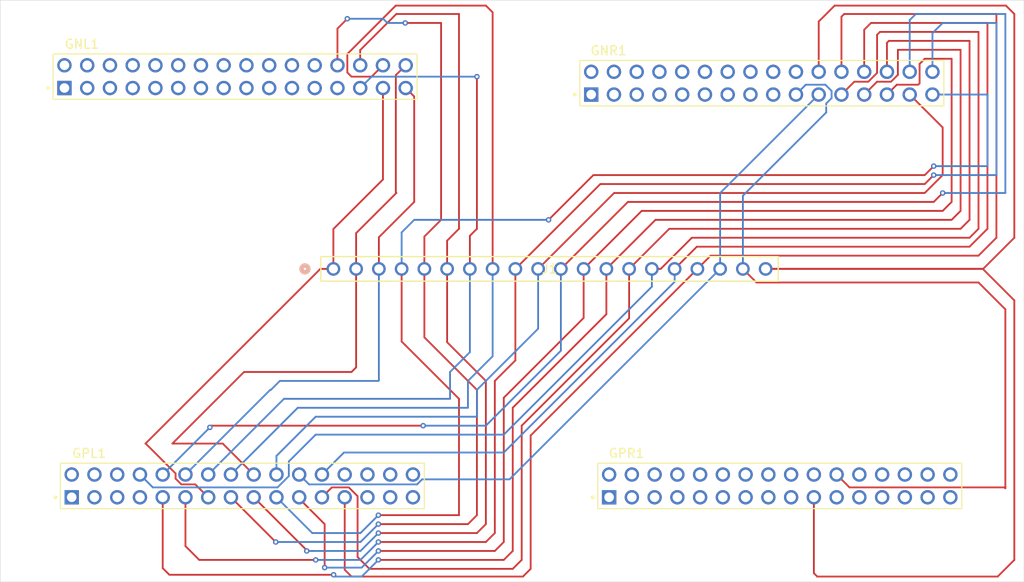
<source format=kicad_pcb>
(kicad_pcb (version 20240108) (generator "pcbnew") (generator_version "8.0")
  (layers (0 "F.Cu" signal) (31 "B.Cu" signal) (34 "B.Paste" user) (35 "F.Paste" user) (36 "B.SilkS" user "B.Silkscreen") (37 "F.SilkS" user "F.Silkscreen") (38 "B.Mask" user) (39 "F.Mask" user) (44 "Edge.Cuts" user))
  (net 0 "")
  (net 5 "1x2")
  (net 8 "2x4")
  (net 9 "1x3")
  (net 14 "2x3")
  (net 23 "2x2")
  (net 25 "2x1")
  (net 27 "1x1")
  (net 33 "3x2")
  (net 37 "3x1")
  (net 42 "4x2")
  (net 43 "4x1")
  (net 46 "3x4")
  (net 47 "SOURCE")
  (net 48 "1x4")
  (net 50 "3x3")
  (net 54 "4x3")
  (net 56 "BCOM")
  (net 58 "GATE")
  (net 62 "BULK")
  (net 63 "4x4")
  (footprint "M20-9981645:HARWIN_M20-9981645" (layer "F.Cu") (at 111 57)
    (property "Reference" "GNL1" (at -17.105 -3.635 0) (layer "F.SilkS"))
    (property "Value" "M20-9981645" (hide yes))
    (fp_line (start -20.32 -2.54) (end 20.32 -2.54) (stroke (width 0.127)) (layer "F.SilkS"))
    (fp_line (start -20.32 2.54) (end -20.32 -2.54) (stroke (width 0.127)) (layer "F.SilkS"))
    (fp_line (start 20.32 -2.54) (end 20.32 2.54) (stroke (width 0.127)) (layer "F.SilkS"))
    (fp_line (start 20.32 2.54) (end -20.32 2.54) (stroke (width 0.127)) (layer "F.SilkS"))
    (fp_circle (center -20.88 1.27) (end -20.78 1.27) (stroke (width 0.2)) (fill none) (layer "F.SilkS"))
    (pad "1" thru_hole rect (at -19.05 1.27) (size 1.605 1.605) (drill 1.07) (layers "*.Cu" "*.Mask"))
    (pad "2" thru_hole circle (at -19.05 -1.27) (size 1.605 1.605) (drill 1.07) (layers "*.Cu" "*.Mask"))
    (pad "3" thru_hole circle (at -16.51 1.27) (size 1.605 1.605) (drill 1.07) (layers "*.Cu" "*.Mask"))
    (pad "4" thru_hole circle (at -16.51 -1.27) (size 1.605 1.605) (drill 1.07) (layers "*.Cu" "*.Mask"))
    (pad "5" thru_hole circle (at -13.97 1.27) (size 1.605 1.605) (drill 1.07) (layers "*.Cu" "*.Mask"))
    (pad "6" thru_hole circle (at -13.97 -1.27) (size 1.605 1.605) (drill 1.07) (layers "*.Cu" "*.Mask"))
    (pad "7" thru_hole circle (at -11.43 1.27) (size 1.605 1.605) (drill 1.07) (layers "*.Cu" "*.Mask"))
    (pad "8" thru_hole circle (at -11.43 -1.27) (size 1.605 1.605) (drill 1.07) (layers "*.Cu" "*.Mask"))
    (pad "9" thru_hole circle (at -8.89 1.27) (size 1.605 1.605) (drill 1.07) (layers "*.Cu" "*.Mask"))
    (pad "10" thru_hole circle (at -8.89 -1.27) (size 1.605 1.605) (drill 1.07) (layers "*.Cu" "*.Mask"))
    (pad "11" thru_hole circle (at -6.35 1.27) (size 1.605 1.605) (drill 1.07) (layers "*.Cu" "*.Mask"))
    (pad "12" thru_hole circle (at -6.35 -1.27) (size 1.605 1.605) (drill 1.07) (layers "*.Cu" "*.Mask"))
    (pad "13" thru_hole circle (at -3.81 1.27) (size 1.605 1.605) (drill 1.07) (layers "*.Cu" "*.Mask"))
    (pad "14" thru_hole circle (at -3.81 -1.27) (size 1.605 1.605) (drill 1.07) (layers "*.Cu" "*.Mask"))
    (pad "15" thru_hole circle (at -1.27 1.27) (size 1.605 1.605) (drill 1.07) (layers "*.Cu" "*.Mask"))
    (pad "16" thru_hole circle (at -1.27 -1.27) (size 1.605 1.605) (drill 1.07) (layers "*.Cu" "*.Mask"))
    (pad "17" thru_hole circle (at 1.27 1.27) (size 1.605 1.605) (drill 1.07) (layers "*.Cu" "*.Mask"))
    (pad "18" thru_hole circle (at 1.27 -1.27) (size 1.605 1.605) (drill 1.07) (layers "*.Cu" "*.Mask"))
    (pad "19" thru_hole circle (at 3.81 1.27) (size 1.605 1.605) (drill 1.07) (layers "*.Cu" "*.Mask"))
    (pad "20" thru_hole circle (at 3.81 -1.27) (size 1.605 1.605) (drill 1.07) (layers "*.Cu" "*.Mask"))
    (pad "21" thru_hole circle (at 6.35 1.27) (size 1.605 1.605) (drill 1.07) (layers "*.Cu" "*.Mask"))
    (pad "22" thru_hole circle (at 6.35 -1.27) (size 1.605 1.605) (drill 1.07) (layers "*.Cu" "*.Mask"))
    (pad "23" thru_hole circle (at 8.89 1.27) (size 1.605 1.605) (drill 1.07) (layers "*.Cu" "*.Mask"))
    (pad "24" thru_hole circle (at 8.89 -1.27) (size 1.605 1.605) (drill 1.07) (layers "*.Cu" "*.Mask"))
    (pad "25" thru_hole circle (at 11.43 1.27) (size 1.605 1.605) (drill 1.07) (layers "*.Cu" "*.Mask"))
    (pad "26" thru_hole circle (at 11.43 -1.27) (size 1.605 1.605) (drill 1.07) (layers "*.Cu" "*.Mask") (net 25 "2x1"))
    (pad "27" thru_hole circle (at 13.97 1.27) (size 1.605 1.605) (drill 1.07) (layers "*.Cu" "*.Mask") (net 14 "2x3"))
    (pad "28" thru_hole circle (at 13.97 -1.27) (size 1.605 1.605) (drill 1.07) (layers "*.Cu" "*.Mask") (net 23 "2x2"))
    (pad "29" thru_hole circle (at 16.51 1.27) (size 1.605 1.605) (drill 1.07) (layers "*.Cu" "*.Mask") (net 27 "1x1"))
    (pad "30" thru_hole circle (at 16.51 -1.27) (size 1.605 1.605) (drill 1.07) (layers "*.Cu" "*.Mask") (net 8 "2x4"))
    (pad "31" thru_hole circle (at 19.05 1.27) (size 1.605 1.605) (drill 1.07) (layers "*.Cu" "*.Mask") (net 9 "1x3"))
    (pad "32" thru_hole circle (at 19.05 -1.27) (size 1.605 1.605) (drill 1.07) (layers "*.Cu" "*.Mask") (net 5 "1x2"))
  )
  (footprint "footprints:CONN_PH1-20-UA_ADM" (layer "F.Cu") (at 121.9749 78.4826)
    (property "Reference" "J1" (at 24.13 0 0) (layer "F.SilkS"))
    (property "Value" "PH1-20-UA")
    (fp_circle (center -3.175 0) (end -2.794 0) (stroke (width 0.508)) (fill none) (layer "B.SilkS"))
    (fp_line (start -1.397 -1.3716) (end -1.397 1.3716) (stroke (width 0.1524)) (layer "F.SilkS"))
    (fp_line (start -1.397 1.3716) (end 49.657 1.3716) (stroke (width 0.1524)) (layer "F.SilkS"))
    (fp_line (start 49.657 -1.3716) (end -1.397 -1.3716) (stroke (width 0.1524)) (layer "F.SilkS"))
    (fp_line (start 49.657 1.3716) (end 49.657 -1.3716) (stroke (width 0.1524)) (layer "F.SilkS"))
    (fp_circle (center -3.175 0) (end -2.794 0) (stroke (width 0.508)) (fill none) (layer "F.SilkS"))
    (pad "1" thru_hole circle (at 0 0) (size 1.524 1.524) (drill 1.016) (layers "*.Cu" "*.Mask") (net 27 "1x1"))
    (pad "2" thru_hole circle (at 2.54 0) (size 1.524 1.524) (drill 1.016) (layers "*.Cu" "*.Mask") (net 5 "1x2"))
    (pad "3" thru_hole circle (at 5.08 0) (size 1.524 1.524) (drill 1.016) (layers "*.Cu" "*.Mask") (net 9 "1x3"))
    (pad "4" thru_hole circle (at 7.62 0) (size 1.524 1.524) (drill 1.016) (layers "*.Cu" "*.Mask") (net 48 "1x4"))
    (pad "5" thru_hole circle (at 10.16 0) (size 1.524 1.524) (drill 1.016) (layers "*.Cu" "*.Mask") (net 25 "2x1"))
    (pad "6" thru_hole circle (at 12.7 0) (size 1.524 1.524) (drill 1.016) (layers "*.Cu" "*.Mask") (net 23 "2x2"))
    (pad "7" thru_hole circle (at 15.24 0) (size 1.524 1.524) (drill 1.016) (layers "*.Cu" "*.Mask") (net 14 "2x3"))
    (pad "8" thru_hole circle (at 17.78 0) (size 1.524 1.524) (drill 1.016) (layers "*.Cu" "*.Mask") (net 8 "2x4"))
    (pad "9" thru_hole circle (at 20.32 0) (size 1.524 1.524) (drill 1.016) (layers "*.Cu" "*.Mask") (net 37 "3x1"))
    (pad "10" thru_hole circle (at 22.86 0) (size 1.524 1.524) (drill 1.016) (layers "*.Cu" "*.Mask") (net 33 "3x2"))
    (pad "11" thru_hole circle (at 25.4 0) (size 1.524 1.524) (drill 1.016) (layers "*.Cu" "*.Mask") (net 50 "3x3"))
    (pad "12" thru_hole circle (at 27.94 0) (size 1.524 1.524) (drill 1.016) (layers "*.Cu" "*.Mask") (net 46 "3x4"))
    (pad "13" thru_hole circle (at 30.48 0) (size 1.524 1.524) (drill 1.016) (layers "*.Cu" "*.Mask") (net 43 "4x1"))
    (pad "14" thru_hole circle (at 33.02 0) (size 1.524 1.524) (drill 1.016) (layers "*.Cu" "*.Mask") (net 42 "4x2"))
    (pad "15" thru_hole circle (at 35.56 0) (size 1.524 1.524) (drill 1.016) (layers "*.Cu" "*.Mask") (net 54 "4x3"))
    (pad "16" thru_hole circle (at 38.1 0) (size 1.524 1.524) (drill 1.016) (layers "*.Cu" "*.Mask") (net 63 "4x4"))
    (pad "17" thru_hole circle (at 40.64 0) (size 1.524 1.524) (drill 1.016) (layers "*.Cu" "*.Mask") (net 58 "GATE"))
    (pad "18" thru_hole circle (at 43.18 0) (size 1.524 1.524) (drill 1.016) (layers "*.Cu" "*.Mask") (net 47 "SOURCE"))
    (pad "19" thru_hole circle (at 45.72 0) (size 1.524 1.524) (drill 1.016) (layers "*.Cu" "*.Mask") (net 62 "BULK"))
    (pad "20" thru_hole circle (at 48.26 0) (size 1.524 1.524) (drill 1.016) (layers "*.Cu" "*.Mask") (net 56 "BCOM"))
  )
  (footprint "M20-9981645:HARWIN_M20-9981645" (layer "F.Cu") (at 169.81 57.73)
    (property "Reference" "GNR1" (at -17.105 -3.635 0) (layer "F.SilkS"))
    (property "Value" "M20-9981645" (hide yes))
    (fp_line (start -20.32 -2.54) (end 20.32 -2.54) (stroke (width 0.127)) (layer "F.SilkS"))
    (fp_line (start -20.32 2.54) (end -20.32 -2.54) (stroke (width 0.127)) (layer "F.SilkS"))
    (fp_line (start 20.32 -2.54) (end 20.32 2.54) (stroke (width 0.127)) (layer "F.SilkS"))
    (fp_line (start 20.32 2.54) (end -20.32 2.54) (stroke (width 0.127)) (layer "F.SilkS"))
    (fp_circle (center -20.88 1.27) (end -20.78 1.27) (stroke (width 0.2)) (fill none) (layer "F.SilkS"))
    (pad "1" thru_hole rect (at -19.05 1.27) (size 1.605 1.605) (drill 1.07) (layers "*.Cu" "*.Mask"))
    (pad "2" thru_hole circle (at -19.05 -1.27) (size 1.605 1.605) (drill 1.07) (layers "*.Cu" "*.Mask"))
    (pad "3" thru_hole circle (at -16.51 1.27) (size 1.605 1.605) (drill 1.07) (layers "*.Cu" "*.Mask"))
    (pad "4" thru_hole circle (at -16.51 -1.27) (size 1.605 1.605) (drill 1.07) (layers "*.Cu" "*.Mask"))
    (pad "5" thru_hole circle (at -13.97 1.27) (size 1.605 1.605) (drill 1.07) (layers "*.Cu" "*.Mask"))
    (pad "6" thru_hole circle (at -13.97 -1.27) (size 1.605 1.605) (drill 1.07) (layers "*.Cu" "*.Mask"))
    (pad "7" thru_hole circle (at -11.43 1.27) (size 1.605 1.605) (drill 1.07) (layers "*.Cu" "*.Mask"))
    (pad "8" thru_hole circle (at -11.43 -1.27) (size 1.605 1.605) (drill 1.07) (layers "*.Cu" "*.Mask"))
    (pad "9" thru_hole circle (at -8.89 1.27) (size 1.605 1.605) (drill 1.07) (layers "*.Cu" "*.Mask"))
    (pad "10" thru_hole circle (at -8.89 -1.27) (size 1.605 1.605) (drill 1.07) (layers "*.Cu" "*.Mask"))
    (pad "11" thru_hole circle (at -6.35 1.27) (size 1.605 1.605) (drill 1.07) (layers "*.Cu" "*.Mask"))
    (pad "12" thru_hole circle (at -6.35 -1.27) (size 1.605 1.605) (drill 1.07) (layers "*.Cu" "*.Mask"))
    (pad "13" thru_hole circle (at -3.81 1.27) (size 1.605 1.605) (drill 1.07) (layers "*.Cu" "*.Mask"))
    (pad "14" thru_hole circle (at -3.81 -1.27) (size 1.605 1.605) (drill 1.07) (layers "*.Cu" "*.Mask"))
    (pad "15" thru_hole circle (at -1.27 1.27) (size 1.605 1.605) (drill 1.07) (layers "*.Cu" "*.Mask"))
    (pad "16" thru_hole circle (at -1.27 -1.27) (size 1.605 1.605) (drill 1.07) (layers "*.Cu" "*.Mask"))
    (pad "17" thru_hole circle (at 1.27 1.27) (size 1.605 1.605) (drill 1.07) (layers "*.Cu" "*.Mask"))
    (pad "18" thru_hole circle (at 1.27 -1.27) (size 1.605 1.605) (drill 1.07) (layers "*.Cu" "*.Mask"))
    (pad "19" thru_hole circle (at 3.81 1.27) (size 1.605 1.605) (drill 1.07) (layers "*.Cu" "*.Mask") (net 62 "BULK"))
    (pad "20" thru_hole circle (at 3.81 -1.27) (size 1.605 1.605) (drill 1.07) (layers "*.Cu" "*.Mask"))
    (pad "21" thru_hole circle (at 6.35 1.27) (size 1.605 1.605) (drill 1.07) (layers "*.Cu" "*.Mask") (net 47 "SOURCE"))
    (pad "22" thru_hole circle (at 6.35 -1.27) (size 1.605 1.605) (drill 1.07) (layers "*.Cu" "*.Mask") (net 56 "BCOM"))
    (pad "23" thru_hole circle (at 8.89 1.27) (size 1.605 1.605) (drill 1.07) (layers "*.Cu" "*.Mask") (net 54 "4x3"))
    (pad "24" thru_hole circle (at 8.89 -1.27) (size 1.605 1.605) (drill 1.07) (layers "*.Cu" "*.Mask") (net 58 "GATE"))
    (pad "25" thru_hole circle (at 11.43 1.27) (size 1.605 1.605) (drill 1.07) (layers "*.Cu" "*.Mask") (net 43 "4x1"))
    (pad "26" thru_hole circle (at 11.43 -1.27) (size 1.605 1.605) (drill 1.07) (layers "*.Cu" "*.Mask") (net 63 "4x4"))
    (pad "27" thru_hole circle (at 13.97 1.27) (size 1.605 1.605) (drill 1.07) (layers "*.Cu" "*.Mask") (net 46 "3x4"))
    (pad "28" thru_hole circle (at 13.97 -1.27) (size 1.605 1.605) (drill 1.07) (layers "*.Cu" "*.Mask") (net 42 "4x2"))
    (pad "29" thru_hole circle (at 16.51 1.27) (size 1.605 1.605) (drill 1.07) (layers "*.Cu" "*.Mask") (net 33 "3x2"))
    (pad "30" thru_hole circle (at 16.51 -1.27) (size 1.605 1.605) (drill 1.07) (layers "*.Cu" "*.Mask") (net 50 "3x3"))
    (pad "31" thru_hole circle (at 19.05 1.27) (size 1.605 1.605) (drill 1.07) (layers "*.Cu" "*.Mask") (net 48 "1x4"))
    (pad "32" thru_hole circle (at 19.05 -1.27) (size 1.605 1.605) (drill 1.07) (layers "*.Cu" "*.Mask") (net 37 "3x1"))
  )
  (footprint "MountingHole:MountingHole_3mm" (layer "F.Cu") (at 194 109)
    (property "Reference" "REF**" (hide yes))
    (property "Value" "MountingHole_3mm" (hide yes))
    (pad "" np_thru_hole circle (at 0 0) (size 3 3) (drill 3) (layers "*.Cu" "*.Mask"))
  )
  (footprint "M20-9981645:HARWIN_M20-9981645" (layer "F.Cu") (at 171.81 102.73)
    (property "Reference" "GPR1" (at -17.105 -3.635 0) (layer "F.SilkS"))
    (property "Value" "M20-9981645" (hide yes))
    (fp_line (start -20.32 -2.54) (end 20.32 -2.54) (stroke (width 0.127)) (layer "F.SilkS"))
    (fp_line (start -20.32 2.54) (end -20.32 -2.54) (stroke (width 0.127)) (layer "F.SilkS"))
    (fp_line (start 20.32 -2.54) (end 20.32 2.54) (stroke (width 0.127)) (layer "F.SilkS"))
    (fp_line (start 20.32 2.54) (end -20.32 2.54) (stroke (width 0.127)) (layer "F.SilkS"))
    (fp_circle (center -20.88 1.27) (end -20.78 1.27) (stroke (width 0.2)) (fill none) (layer "F.SilkS"))
    (pad "1" thru_hole rect (at -19.05 1.27) (size 1.605 1.605) (drill 1.07) (layers "*.Cu" "*.Mask"))
    (pad "2" thru_hole circle (at -19.05 -1.27) (size 1.605 1.605) (drill 1.07) (layers "*.Cu" "*.Mask"))
    (pad "3" thru_hole circle (at -16.51 1.27) (size 1.605 1.605) (drill 1.07) (layers "*.Cu" "*.Mask"))
    (pad "4" thru_hole circle (at -16.51 -1.27) (size 1.605 1.605) (drill 1.07) (layers "*.Cu" "*.Mask"))
    (pad "5" thru_hole circle (at -13.97 1.27) (size 1.605 1.605) (drill 1.07) (layers "*.Cu" "*.Mask"))
    (pad "6" thru_hole circle (at -13.97 -1.27) (size 1.605 1.605) (drill 1.07) (layers "*.Cu" "*.Mask"))
    (pad "7" thru_hole circle (at -11.43 1.27) (size 1.605 1.605) (drill 1.07) (layers "*.Cu" "*.Mask"))
    (pad "8" thru_hole circle (at -11.43 -1.27) (size 1.605 1.605) (drill 1.07) (layers "*.Cu" "*.Mask"))
    (pad "9" thru_hole circle (at -8.89 1.27) (size 1.605 1.605) (drill 1.07) (layers "*.Cu" "*.Mask"))
    (pad "10" thru_hole circle (at -8.89 -1.27) (size 1.605 1.605) (drill 1.07) (layers "*.Cu" "*.Mask"))
    (pad "11" thru_hole circle (at -6.35 1.27) (size 1.605 1.605) (drill 1.07) (layers "*.Cu" "*.Mask"))
    (pad "12" thru_hole circle (at -6.35 -1.27) (size 1.605 1.605) (drill 1.07) (layers "*.Cu" "*.Mask"))
    (pad "13" thru_hole circle (at -3.81 1.27) (size 1.605 1.605) (drill 1.07) (layers "*.Cu" "*.Mask"))
    (pad "14" thru_hole circle (at -3.81 -1.27) (size 1.605 1.605) (drill 1.07) (layers "*.Cu" "*.Mask"))
    (pad "15" thru_hole circle (at -1.27 1.27) (size 1.605 1.605) (drill 1.07) (layers "*.Cu" "*.Mask"))
    (pad "16" thru_hole circle (at -1.27 -1.27) (size 1.605 1.605) (drill 1.07) (layers "*.Cu" "*.Mask"))
    (pad "17" thru_hole circle (at 1.27 1.27) (size 1.605 1.605) (drill 1.07) (layers "*.Cu" "*.Mask"))
    (pad "18" thru_hole circle (at 1.27 -1.27) (size 1.605 1.605) (drill 1.07) (layers "*.Cu" "*.Mask"))
    (pad "19" thru_hole circle (at 3.81 1.27) (size 1.605 1.605) (drill 1.07) (layers "*.Cu" "*.Mask") (net 56 "BCOM"))
    (pad "20" thru_hole circle (at 3.81 -1.27) (size 1.605 1.605) (drill 1.07) (layers "*.Cu" "*.Mask"))
    (pad "21" thru_hole circle (at 6.35 1.27) (size 1.605 1.605) (drill 1.07) (layers "*.Cu" "*.Mask"))
    (pad "22" thru_hole circle (at 6.35 -1.27) (size 1.605 1.605) (drill 1.07) (layers "*.Cu" "*.Mask") (net 62 "BULK"))
    (pad "23" thru_hole circle (at 8.89 1.27) (size 1.605 1.605) (drill 1.07) (layers "*.Cu" "*.Mask"))
    (pad "24" thru_hole circle (at 8.89 -1.27) (size 1.605 1.605) (drill 1.07) (layers "*.Cu" "*.Mask"))
    (pad "25" thru_hole circle (at 11.43 1.27) (size 1.605 1.605) (drill 1.07) (layers "*.Cu" "*.Mask"))
    (pad "26" thru_hole circle (at 11.43 -1.27) (size 1.605 1.605) (drill 1.07) (layers "*.Cu" "*.Mask"))
    (pad "27" thru_hole circle (at 13.97 1.27) (size 1.605 1.605) (drill 1.07) (layers "*.Cu" "*.Mask"))
    (pad "28" thru_hole circle (at 13.97 -1.27) (size 1.605 1.605) (drill 1.07) (layers "*.Cu" "*.Mask"))
    (pad "29" thru_hole circle (at 16.51 1.27) (size 1.605 1.605) (drill 1.07) (layers "*.Cu" "*.Mask"))
    (pad "30" thru_hole circle (at 16.51 -1.27) (size 1.605 1.605) (drill 1.07) (layers "*.Cu" "*.Mask"))
    (pad "31" thru_hole circle (at 19.05 1.27) (size 1.605 1.605) (drill 1.07) (layers "*.Cu" "*.Mask"))
    (pad "32" thru_hole circle (at 19.05 -1.27) (size 1.605 1.605) (drill 1.07) (layers "*.Cu" "*.Mask"))
  )
  (footprint "M20-9981645:HARWIN_M20-9981645" (layer "F.Cu") (at 111.81 102.73)
    (property "Reference" "GPL1" (at -17.105 -3.635 0) (layer "F.SilkS"))
    (property "Value" "M20-9981645" (hide yes))
    (fp_line (start -20.32 -2.54) (end 20.32 -2.54) (stroke (width 0.127)) (layer "F.SilkS"))
    (fp_line (start -20.32 2.54) (end -20.32 -2.54) (stroke (width 0.127)) (layer "F.SilkS"))
    (fp_line (start 20.32 -2.54) (end 20.32 2.54) (stroke (width 0.127)) (layer "F.SilkS"))
    (fp_line (start 20.32 2.54) (end -20.32 2.54) (stroke (width 0.127)) (layer "F.SilkS"))
    (fp_circle (center -20.88 1.27) (end -20.78 1.27) (stroke (width 0.2)) (fill none) (layer "F.SilkS"))
    (pad "1" thru_hole rect (at -19.05 1.27) (size 1.605 1.605) (drill 1.07) (layers "*.Cu" "*.Mask"))
    (pad "2" thru_hole circle (at -19.05 -1.27) (size 1.605 1.605) (drill 1.07) (layers "*.Cu" "*.Mask"))
    (pad "3" thru_hole circle (at -16.51 1.27) (size 1.605 1.605) (drill 1.07) (layers "*.Cu" "*.Mask"))
    (pad "4" thru_hole circle (at -16.51 -1.27) (size 1.605 1.605) (drill 1.07) (layers "*.Cu" "*.Mask"))
    (pad "5" thru_hole circle (at -13.97 1.27) (size 1.605 1.605) (drill 1.07) (layers "*.Cu" "*.Mask"))
    (pad "6" thru_hole circle (at -13.97 -1.27) (size 1.605 1.605) (drill 1.07) (layers "*.Cu" "*.Mask"))
    (pad "7" thru_hole circle (at -11.43 1.27) (size 1.605 1.605) (drill 1.07) (layers "*.Cu" "*.Mask"))
    (pad "8" thru_hole circle (at -11.43 -1.27) (size 1.605 1.605) (drill 1.07) (layers "*.Cu" "*.Mask") (net 54 "4x3"))
    (pad "9" thru_hole circle (at -8.89 1.27) (size 1.605 1.605) (drill 1.07) (layers "*.Cu" "*.Mask") (net 43 "4x1"))
    (pad "10" thru_hole circle (at -8.89 -1.27) (size 1.605 1.605) (drill 1.07) (layers "*.Cu" "*.Mask") (net 50 "3x3"))
    (pad "11" thru_hole circle (at -6.35 1.27) (size 1.605 1.605) (drill 1.07) (layers "*.Cu" "*.Mask") (net 37 "3x1"))
    (pad "12" thru_hole circle (at -6.35 -1.27) (size 1.605 1.605) (drill 1.07) (layers "*.Cu" "*.Mask") (net 9 "1x3"))
    (pad "13" thru_hole circle (at -3.81 1.27) (size 1.605 1.605) (drill 1.07) (layers "*.Cu" "*.Mask") (net 27 "1x1"))
    (pad "14" thru_hole circle (at -3.81 -1.27) (size 1.605 1.605) (drill 1.07) (layers "*.Cu" "*.Mask") (net 14 "2x3"))
    (pad "15" thru_hole circle (at -1.27 1.27) (size 1.605 1.605) (drill 1.07) (layers "*.Cu" "*.Mask") (net 25 "2x1"))
    (pad "16" thru_hole circle (at -1.27 -1.27) (size 1.605 1.605) (drill 1.07) (layers "*.Cu" "*.Mask") (net 8 "2x4"))
    (pad "17" thru_hole circle (at 1.27 1.27) (size 1.605 1.605) (drill 1.07) (layers "*.Cu" "*.Mask") (net 23 "2x2"))
    (pad "18" thru_hole circle (at 1.27 -1.27) (size 1.605 1.605) (drill 1.07) (layers "*.Cu" "*.Mask") (net 5 "1x2"))
    (pad "19" thru_hole circle (at 3.81 1.27) (size 1.605 1.605) (drill 1.07) (layers "*.Cu" "*.Mask") (net 48 "1x4"))
    (pad "20" thru_hole circle (at 3.81 -1.27) (size 1.605 1.605) (drill 1.07) (layers "*.Cu" "*.Mask") (net 33 "3x2"))
    (pad "21" thru_hole circle (at 6.35 1.27) (size 1.605 1.605) (drill 1.07) (layers "*.Cu" "*.Mask") (net 46 "3x4"))
    (pad "22" thru_hole circle (at 6.35 -1.27) (size 1.605 1.605) (drill 1.07) (layers "*.Cu" "*.Mask") (net 47 "SOURCE"))
    (pad "23" thru_hole circle (at 8.89 1.27) (size 1.605 1.605) (drill 1.07) (layers "*.Cu" "*.Mask") (net 42 "4x2"))
    (pad "24" thru_hole circle (at 8.89 -1.27) (size 1.605 1.605) (drill 1.07) (layers "*.Cu" "*.Mask") (net 63 "4x4"))
    (pad "25" thru_hole circle (at 11.43 1.27) (size 1.605 1.605) (drill 1.07) (layers "*.Cu" "*.Mask") (net 58 "GATE"))
    (pad "26" thru_hole circle (at 11.43 -1.27) (size 1.605 1.605) (drill 1.07) (layers "*.Cu" "*.Mask"))
    (pad "27" thru_hole circle (at 13.97 1.27) (size 1.605 1.605) (drill 1.07) (layers "*.Cu" "*.Mask"))
    (pad "28" thru_hole circle (at 13.97 -1.27) (size 1.605 1.605) (drill 1.07) (layers "*.Cu" "*.Mask"))
    (pad "29" thru_hole circle (at 16.51 1.27) (size 1.605 1.605) (drill 1.07) (layers "*.Cu" "*.Mask"))
    (pad "30" thru_hole circle (at 16.51 -1.27) (size 1.605 1.605) (drill 1.07) (layers "*.Cu" "*.Mask"))
    (pad "31" thru_hole circle (at 19.05 1.27) (size 1.605 1.605) (drill 1.07) (layers "*.Cu" "*.Mask"))
    (pad "32" thru_hole circle (at 19.05 -1.27) (size 1.605 1.605) (drill 1.07) (layers "*.Cu" "*.Mask"))
  )
  (footprint "MountingHole:MountingHole_3mm" (layer "F.Cu") (at 89 64)
    (property "Reference" "REF**" (hide yes))
    (property "Value" "MountingHole_3mm" (hide yes))
    (pad "" np_thru_hole circle (at 0 0) (size 3 3) (drill 3) (layers "*.Cu" "*.Mask"))
  )
  (footprint "MountingHole:MountingHole_3mm" (layer "F.Cu") (at 89 109)
    (property "Reference" "REF**" (hide yes))
    (property "Value" "MountingHole_3mm" (hide yes))
    (pad "" np_thru_hole circle (at 0 0) (size 3 3) (drill 3) (layers "*.Cu" "*.Mask"))
  )
  (footprint "MountingHole:MountingHole_3mm" (layer "F.Cu") (at 192 85)
    (property "Reference" "REF**" (hide yes))
    (property "Value" "MountingHole_3mm" (hide yes))
    (pad "" np_thru_hole circle (at 0 0) (size 3 3) (drill 3) (layers "*.Cu" "*.Mask"))
  )
  (gr_rect (start 84.78 48.46) (end 199.08 113.46) (stroke (width 0.05)) (fill none) (layer "Edge.Cuts"))
  (segment (start 128.9475 69.9475) (end 128.9475 56.8325) (width 0.2) (layer "F.Cu") (net 5))
  (segment (start 104 98) (end 109.62 98) (width 0.2) (layer "F.Cu") (net 5))
  (segment (start 124 90) (end 112 90) (width 0.2) (layer "F.Cu") (net 5))
  (segment (start 124.5149 89.4851) (end 124 90) (width 0.2) (layer "F.Cu") (net 5))
  (segment (start 124.5149 74.4851) (end 129 70) (width 0.2) (layer "F.Cu") (net 5))
  (segment (start 128.9475 56.8325) (end 130.05 55.73) (width 0.2) (layer "F.Cu") (net 5))
  (segment (start 129 70) (end 128.9475 69.9475) (width 0.2) (layer "F.Cu") (net 5))
  (segment (start 112 90) (end 104 98) (width 0.2) (layer "F.Cu") (net 5))
  (segment (start 124.5149 78.4826) (end 124.5149 89.4851) (width 0.2) (layer "F.Cu") (net 5))
  (segment (start 109.62 98) (end 113.08 101.46) (width 0.2) (layer "F.Cu") (net 5))
  (segment (start 124.5149 78.4826) (end 124.5149 74.4851) (width 0.2) (layer "F.Cu") (net 5))
  (segment (start 124 57) (end 126.24 57) (width 0.2) (layer "F.Cu") (net 8))
  (segment (start 123.5325 56.5325) (end 124 57) (width 0.2) (layer "F.Cu") (net 8))
  (segment (start 139.7549 49.8149) (end 139 49.06) (width 0.2) (layer "F.Cu") (net 8))
  (segment (start 139 49.06) (end 128.94 49.06) (width 0.2) (layer "F.Cu") (net 8))
  (segment (start 123.5325 54.4675) (end 123.5325 56.5325) (width 0.2) (layer "F.Cu") (net 8))
  (segment (start 126.24 57) (end 127.51 55.73) (width 0.2) (layer "F.Cu") (net 8))
  (segment (start 139.7549 78.4826) (end 139.7549 49.8149) (width 0.2) (layer "F.Cu") (net 8))
  (segment (start 128.94 49.06) (end 123.5325 54.4675) (width 0.2) (layer "F.Cu") (net 8))
  (segment (start 137 94) (end 118 94) (width 0.2) (layer "B.Cu") (net 8))
  (segment (start 139.7549 88.2451) (end 137 91) (width 0.2) (layer "B.Cu") (net 8))
  (segment (start 139.7549 78.4826) (end 139.7549 88.2451) (width 0.2) (layer "B.Cu") (net 8))
  (segment (start 118 94) (end 110.54 101.46) (width 0.2) (layer "B.Cu") (net 8))
  (segment (start 137 91) (end 137 94) (width 0.2) (layer "B.Cu") (net 8))
  (segment (start 127.0549 74.9451) (end 131 71) (width 0.2) (layer "F.Cu") (net 9))
  (segment (start 127.0549 78.4826) (end 127.0549 74.9451) (width 0.2) (layer "F.Cu") (net 9))
  (segment (start 131 59.22) (end 130.05 58.27) (width 0.2) (layer "F.Cu") (net 9))
  (segment (start 131 71) (end 131 59.22) (width 0.2) (layer "F.Cu") (net 9))
  (segment (start 115 92) (end 114.92 92) (width 0.2) (layer "B.Cu") (net 9))
  (segment (start 127.0549 78.4826) (end 127.0549 90.9451) (width 0.2) (layer "B.Cu") (net 9))
  (segment (start 116 91) (end 115 92) (width 0.2) (layer "B.Cu") (net 9))
  (segment (start 127.0549 90.9451) (end 127 91) (width 0.2) (layer "B.Cu") (net 9))
  (segment (start 114.92 92) (end 105.46 101.46) (width 0.2) (layer "B.Cu") (net 9))
  (segment (start 127 91) (end 116 91) (width 0.2) (layer "B.Cu") (net 9))
  (segment (start 137.2149 74.7851) (end 137.2149 78.4826) (width 0.2) (layer "F.Cu") (net 14))
  (segment (start 138 57) (end 138 74) (width 0.2) (layer "F.Cu") (net 14))
  (segment (start 138 74) (end 137.2149 74.7851) (width 0.2) (layer "F.Cu") (net 14))
  (via (at 138 57) (size 0.6) (drill 0.3) (layers "F.Cu" "B.Cu") (net 14))
  (segment (start 138 57) (end 126.24 57) (width 0.2) (layer "B.Cu") (net 14))
  (segment (start 137.2149 78.4826) (end 137.2149 87.7851) (width 0.2) (layer "B.Cu") (net 14))
  (segment (start 126.24 57) (end 124.97 58.27) (width 0.2) (layer "B.Cu") (net 14))
  (segment (start 116.46 93) (end 108 101.46) (width 0.2) (layer "B.Cu") (net 14))
  (segment (start 135 93) (end 116.46 93) (width 0.2) (layer "B.Cu") (net 14))
  (segment (start 135 90) (end 135 93) (width 0.2) (layer "B.Cu") (net 14))
  (segment (start 137.2149 87.7851) (end 135 90) (width 0.2) (layer "B.Cu") (net 14))
  (segment (start 119 109.92) (end 113.08 104) (width 0.2) (layer "F.Cu") (net 23))
  (segment (start 119 110) (end 119 109.92) (width 0.2) (layer "F.Cu") (net 23))
  (segment (start 139 91) (end 139 107) (width 0.2) (layer "F.Cu") (net 23))
  (segment (start 134.6749 78.4826) (end 134.6749 75.3251) (width 0.2) (layer "F.Cu") (net 23))
  (segment (start 139 107) (end 138 108) (width 0.2) (layer "F.Cu") (net 23))
  (segment (start 138 108) (end 127 108) (width 0.2) (layer "F.Cu") (net 23))
  (segment (start 136 74) (end 136 50) (width 0.2) (layer "F.Cu") (net 23))
  (segment (start 134.6749 78.4826) (end 134.6749 86.6749) (width 0.2) (layer "F.Cu") (net 23))
  (segment (start 134.6749 86.6749) (end 139 91) (width 0.2) (layer "F.Cu") (net 23))
  (segment (start 129 50) (end 124.97 54.03) (width 0.2) (layer "F.Cu") (net 23))
  (segment (start 124.97 54.03) (end 124.97 55.73) (width 0.2) (layer "F.Cu") (net 23))
  (segment (start 136 50) (end 129 50) (width 0.2) (layer "F.Cu") (net 23))
  (segment (start 134.6749 75.3251) (end 136 74) (width 0.2) (layer "F.Cu") (net 23))
  (via (at 119 110) (size 0.6) (drill 0.3) (layers "F.Cu" "B.Cu") (net 23))
  (via (at 127 108) (size 0.6) (drill 0.3) (layers "F.Cu" "B.Cu") (net 23))
  (segment (start 127 108) (end 125 110) (width 0.2) (layer "B.Cu") (net 23))
  (segment (start 125 110) (end 119.6 110) (width 0.2) (layer "B.Cu") (net 23))
  (segment (start 119.6 110) (end 119 110) (width 0.2) (layer "B.Cu") (net 23))
  (segment (start 132.1349 78.4826) (end 132.1349 86.1349) (width 0.2) (layer "F.Cu") (net 25))
  (segment (start 123.53 50.53) (end 122.43 51.63) (width 0.2) (layer "F.Cu") (net 25))
  (segment (start 132.1349 78.4826) (end 132.1349 74.8651) (width 0.2) (layer "F.Cu") (net 25))
  (segment (start 132.1349 86.1349) (end 137 91) (width 0.2) (layer "F.Cu") (net 25))
  (segment (start 132.1349 74.8651) (end 134 73) (width 0.2) (layer "F.Cu") (net 25))
  (segment (start 134 73) (end 134 51) (width 0.2) (layer "F.Cu") (net 25))
  (segment (start 138 106) (end 137 107) (width 0.2) (layer "F.Cu") (net 25))
  (segment (start 138 92) (end 138 106) (width 0.2) (layer "F.Cu") (net 25))
  (segment (start 122.43 51.63) (end 122.43 55.73) (width 0.2) (layer "F.Cu") (net 25))
  (segment (start 137 91) (end 138 92) (width 0.2) (layer "F.Cu") (net 25))
  (segment (start 115.54 109) (end 110.54 104) (width 0.2) (layer "F.Cu") (net 25))
  (segment (start 137 107) (end 127 107) (width 0.2) (layer "F.Cu") (net 25))
  (segment (start 134 51) (end 130 51) (width 0.2) (layer "F.Cu") (net 25))
  (via (at 127 107) (size 0.6) (drill 0.3) (layers "F.Cu" "B.Cu") (net 25))
  (via (at 123.53 50.53) (size 0.6) (drill 0.3) (layers "F.Cu" "B.Cu") (net 25))
  (via (at 130 51) (size 0.6) (drill 0.3) (layers "F.Cu" "B.Cu") (net 25))
  (via (at 115.54 109) (size 0.6) (drill 0.3) (layers "F.Cu" "B.Cu") (net 25))
  (segment (start 128 51) (end 130 51) (width 0.2) (layer "B.Cu") (net 25))
  (segment (start 125 109) (end 115.54 109) (width 0.2) (layer "B.Cu") (net 25))
  (segment (start 127 107) (end 125 109) (width 0.2) (layer "B.Cu") (net 25))
  (segment (start 123.53 50.53) (end 127.53 50.53) (width 0.2) (layer "B.Cu") (net 25))
  (segment (start 127.53 50.53) (end 128 51) (width 0.2) (layer "B.Cu") (net 25))
  (segment (start 104.3575 101.338329) (end 101.019171 98) (width 0.2) (layer "F.Cu") (net 27))
  (segment (start 127.51 68.49) (end 127.51 58.27) (width 0.2) (layer "F.Cu") (net 27))
  (segment (start 121.9749 74.0251) (end 127.51 68.49) (width 0.2) (layer "F.Cu") (net 27))
  (segment (start 121.9749 78.4826) (end 121.9749 74.0251) (width 0.2) (layer "F.Cu") (net 27))
  (segment (start 105.003329 102.5625) (end 104.3575 101.916671) (width 0.2) (layer "F.Cu") (net 27))
  (segment (start 106.5625 102.5625) (end 105.003329 102.5625) (width 0.2) (layer "F.Cu") (net 27))
  (segment (start 121.9749 78.4826) (end 120.5174 78.4826) (width 0.2) (layer "F.Cu") (net 27))
  (segment (start 120.5174 78.4826) (end 101 98) (width 0.2) (layer "F.Cu") (net 27))
  (segment (start 108 104) (end 106.5625 102.5625) (width 0.2) (layer "F.Cu") (net 27))
  (segment (start 104.3575 101.916671) (end 104.3575 101.338329) (width 0.2) (layer "F.Cu") (net 27))
  (segment (start 101.019171 98) (end 101 98) (width 0.2) (layer "F.Cu") (net 27))
  (segment (start 188 70) (end 190 68) (width 0.2) (layer "F.Cu") (net 33))
  (segment (start 144.8349 78.4826) (end 153.3175 70) (width 0.2) (layer "F.Cu") (net 33))
  (segment (start 190 68) (end 190 62.68) (width 0.2) (layer "F.Cu") (net 33))
  (segment (start 153.3175 70) (end 188 70) (width 0.2) (layer "F.Cu") (net 33))
  (segment (start 190 62.68) (end 186.32 59) (width 0.2) (layer "F.Cu") (net 33))
  (segment (start 144.8349 85.1651) (end 138 92) (width 0.2) (layer "B.Cu") (net 33))
  (segment (start 144.8349 78.4826) (end 144.8349 85.1651) (width 0.2) (layer "B.Cu") (net 33))
  (segment (start 138 92) (end 138 95) (width 0.2) (layer "B.Cu") (net 33))
  (segment (start 138 95) (end 120 95) (width 0.2) (layer "B.Cu") (net 33))
  (segment (start 120 95) (end 115.62 99.38) (width 0.2) (layer "B.Cu") (net 33))
  (segment (start 115.62 99.38) (end 115.62 101.46) (width 0.2) (layer "B.Cu") (net 33))
  (segment (start 142.2949 78.4826) (end 142.2949 88.7051) (width 0.2) (layer "F.Cu") (net 37))
  (segment (start 188 69) (end 189 68) (width 0.2) (layer "F.Cu") (net 37))
  (segment (start 142.2949 78.4826) (end 151.7775 69) (width 0.2) (layer "F.Cu") (net 37))
  (segment (start 142.2949 88.7051) (end 140 91) (width 0.2) (layer "F.Cu") (net 37))
  (segment (start 139 109) (end 127 109) (width 0.2) (layer "F.Cu") (net 37))
  (segment (start 107 111) (end 105.46 109.46) (width 0.2) (layer "F.Cu") (net 37))
  (segment (start 105.46 109.46) (end 105.46 104) (width 0.2) (layer "F.Cu") (net 37))
  (segment (start 120 111) (end 107 111) (width 0.2) (layer "F.Cu") (net 37))
  (segment (start 140 108) (end 139 109) (width 0.2) (layer "F.Cu") (net 37))
  (segment (start 151.7775 69) (end 152 69) (width 0.2) (layer "F.Cu") (net 37))
  (segment (start 140 91) (end 140 108) (width 0.2) (layer "F.Cu") (net 37))
  (segment (start 152 69) (end 188 69) (width 0.2) (layer "F.Cu") (net 37))
  (via (at 120 111) (size 0.6) (drill 0.3) (layers "F.Cu" "B.Cu") (net 37))
  (via (at 127 109) (size 0.6) (drill 0.3) (layers "F.Cu" "B.Cu") (net 37))
  (via (at 189 68) (size 0.6) (drill 0.3) (layers "F.Cu" "B.Cu") (net 37))
  (segment (start 127 109) (end 125 111) (width 0.2) (layer "B.Cu") (net 37))
  (segment (start 188.86 52.14) (end 188.86 56.46) (width 0.2) (layer "B.Cu") (net 37))
  (segment (start 190 51) (end 188.86 52.14) (width 0.2) (layer "B.Cu") (net 37))
  (segment (start 196 51) (end 190 51) (width 0.2) (layer "B.Cu") (net 37))
  (segment (start 189 68) (end 196 68) (width 0.2) (layer "B.Cu") (net 37))
  (segment (start 196 68) (end 196 51) (width 0.2) (layer "B.Cu") (net 37))
  (segment (start 125 111) (end 120 111) (width 0.2) (layer "B.Cu") (net 37))
  (segment (start 143 111) (end 142 112) (width 0.2) (layer "F.Cu") (net 42))
  (segment (start 192 74) (end 193 73) (width 0.2) (layer "F.Cu") (net 42))
  (segment (start 142 112) (end 126 112) (width 0.2) (layer "F.Cu") (net 42))
  (segment (start 123.696671 102.8975) (end 121.8025 102.8975) (width 0.2) (layer "F.Cu") (net 42))
  (segment (start 124.6775 110.6775) (end 124.6775 103.878329) (width 0.2) (layer "F.Cu") (net 42))
  (segment (start 184 53) (end 183.78 53.22) (width 0.2) (layer "F.Cu") (net 42))
  (segment (start 154.9949 84.0051) (end 143 96) (width 0.2) (layer "F.Cu") (net 42))
  (segment (start 154.9949 78.4826) (end 159.4775 74) (width 0.2) (layer "F.Cu") (net 42))
  (segment (start 193 73) (end 193 53) (width 0.2) (layer "F.Cu") (net 42))
  (segment (start 121.8025 102.8975) (end 120.7 104) (width 0.2) (layer "F.Cu") (net 42))
  (segment (start 126 112) (end 124.6775 110.6775) (width 0.2) (layer "F.Cu") (net 42))
  (segment (start 183.78 53.22) (end 183.78 56.46) (width 0.2) (layer "F.Cu") (net 42))
  (segment (start 159.4775 74) (end 192 74) (width 0.2) (layer "F.Cu") (net 42))
  (segment (start 143 96) (end 143 111) (width 0.2) (layer "F.Cu") (net 42))
  (segment (start 154.9949 78.4826) (end 154.9949 84.0051) (width 0.2) (layer "F.Cu") (net 42))
  (segment (start 124.6775 103.878329) (end 123.696671 102.8975) (width 0.2) (layer "F.Cu") (net 42))
  (segment (start 193 53) (end 184 53) (width 0.2) (layer "F.Cu") (net 42))
  (segment (start 103.66 112.66) (end 102.92 111.92) (width 0.2) (layer "F.Cu") (net 43))
  (segment (start 122 112.66) (end 103.66 112.66) (width 0.2) (layer "F.Cu") (net 43))
  (segment (start 191 73) (end 192 72) (width 0.2) (layer "F.Cu") (net 43))
  (segment (start 192 72) (end 192 54) (width 0.2) (layer "F.Cu") (net 43))
  (segment (start 152.4549 78.4826) (end 152.4549 83.5451) (width 0.2) (layer "F.Cu") (net 43))
  (segment (start 152.4549 83.5451) (end 142 94) (width 0.2) (layer "F.Cu") (net 43))
  (segment (start 184.236671 57.5625) (end 182.6775 57.5625) (width 0.2) (layer "F.Cu") (net 43))
  (segment (start 157.9375 73) (end 191 73) (width 0.2) (layer "F.Cu") (net 43))
  (segment (start 102.92 111.92) (end 102.92 104) (width 0.2) (layer "F.Cu") (net 43))
  (segment (start 141 111) (end 127 111) (width 0.2) (layer "F.Cu") (net 43))
  (segment (start 185 56.799171) (end 184.236671 57.5625) (width 0.2) (layer "F.Cu") (net 43))
  (segment (start 152.4549 78.4826) (end 157.9375 73) (width 0.2) (layer "F.Cu") (net 43))
  (segment (start 142 110) (end 141 111) (width 0.2) (layer "F.Cu") (net 43))
  (segment (start 182.6775 57.5625) (end 181.24 59) (width 0.2) (layer "F.Cu") (net 43))
  (segment (start 142 94) (end 142 110) (width 0.2) (layer "F.Cu") (net 43))
  (segment (start 185 54) (end 185 56.799171) (width 0.2) (layer "F.Cu") (net 43))
  (segment (start 192 54) (end 185 54) (width 0.2) (layer "F.Cu") (net 43))
  (via (at 122 112.66) (size 0.6) (drill 0.3) (layers "F.Cu" "B.Cu") (net 43))
  (via (at 127 111) (size 0.6) (drill 0.3) (layers "F.Cu" "B.Cu") (net 43))
  (segment (start 122 112.86) (end 122 112.66) (width 0.2) (layer "B.Cu") (net 43))
  (segment (start 125.14 112.86) (end 122 112.86) (width 0.2) (layer "B.Cu") (net 43))
  (segment (start 127 111) (end 125.14 112.86) (width 0.2) (layer "B.Cu") (net 43))
  (segment (start 118.16 104.16) (end 118.16 104) (width 0.2) (layer "F.Cu") (net 46))
  (segment (start 127 110) (end 140 110) (width 0.2) (layer "F.Cu") (net 46))
  (segment (start 149.9149 83.964271) (end 149.9149 78.4826) (width 0.2) (layer "F.Cu") (net 46))
  (segment (start 149.9149 78.4826) (end 156.3975 72) (width 0.2) (layer "F.Cu") (net 46))
  (segment (start 184.8825 57.8975) (end 183.78 59) (width 0.2) (layer "F.Cu") (net 46))
  (segment (start 190 72) (end 191 71) (width 0.2) (layer "F.Cu") (net 46))
  (segment (start 187.272086 57.8975) (end 184.8825 57.8975) (width 0.2) (layer "F.Cu") (net 46))
  (segment (start 121 111.859997) (end 121 107) (width 0.2) (layer "F.Cu") (net 46))
  (segment (start 191 71) (end 191 55) (width 0.2) (layer "F.Cu") (net 46))
  (segment (start 156.3975 72) (end 190 72) (width 0.2) (layer "F.Cu") (net 46))
  (segment (start 141 109) (end 141 92.879171) (width 0.2) (layer "F.Cu") (net 46))
  (segment (start 140 110) (end 141 109) (width 0.2) (layer "F.Cu") (net 46))
  (segment (start 141 92.879171) (end 149.9149 83.964271) (width 0.2) (layer "F.Cu") (net 46))
  (segment (start 188 55) (end 187.4225 55.5775) (width 0.2) (layer "F.Cu") (net 46))
  (segment (start 121 107) (end 118.16 104.16) (width 0.2) (layer "F.Cu") (net 46))
  (segment (start 191 55) (end 188 55) (width 0.2) (layer "F.Cu") (net 46))
  (segment (start 187.4225 57.747086) (end 187.272086 57.8975) (width 0.2) (layer "F.Cu") (net 46))
  (segment (start 187.4225 55.5775) (end 187.4225 57.747086) (width 0.2) (layer "F.Cu") (net 46))
  (via (at 121 111.859997) (size 0.6) (drill 0.3) (layers "F.Cu" "B.Cu") (net 46))
  (via (at 127 110) (size 0.6) (drill 0.3) (layers "F.Cu" "B.Cu") (net 46))
  (segment (start 125.140003 111.859997) (end 121 111.859997) (width 0.2) (layer "B.Cu") (net 46))
  (segment (start 127 110) (end 125.140003 111.859997) (width 0.2) (layer "B.Cu") (net 46))
  (segment (start 121 111.859997) (end 121.140003 112) (width 0.2) (layer "B.Cu") (net 46))
  (segment (start 165.1549 78.4826) (end 141.6375 102) (width 0.2) (layer "B.Cu") (net 47))
  (segment (start 165.1549 70.0051) (end 176.16 59) (width 0.2) (layer "B.Cu") (net 47))
  (segment (start 131.879171 102) (end 131.316671 102.5625) (width 0.2) (layer "B.Cu") (net 47))
  (segment (start 119.2625 102.5625) (end 118.16 101.46) (width 0.2) (layer "B.Cu") (net 47))
  (segment (start 141.6375 102) (end 131.879171 102) (width 0.2) (layer "B.Cu") (net 47))
  (segment (start 165.1549 78.4826) (end 165.1549 70.0051) (width 0.2) (layer "B.Cu") (net 47))
  (segment (start 131.316671 102.5625) (end 119.2625 102.5625) (width 0.2) (layer "B.Cu") (net 47))
  (segment (start 129.5949 86.5949) (end 130 87) (width 0.2) (layer "F.Cu") (net 48))
  (segment (start 136 93) (end 136 106) (width 0.2) (layer "F.Cu") (net 48))
  (segment (start 151 68) (end 188 68) (width 0.2) (layer "F.Cu") (net 48))
  (segment (start 129.5949 78.4826) (end 129.5949 86.5949) (width 0.2) (layer "F.Cu") (net 48))
  (segment (start 188 68) (end 189 67) (width 0.2) (layer "F.Cu") (net 48))
  (segment (start 130 87) (end 136 93) (width 0.2) (layer "F.Cu") (net 48))
  (segment (start 146 73) (end 151 68) (width 0.2) (layer "F.Cu") (net 48))
  (segment (start 136 106) (end 127 106) (width 0.2) (layer "F.Cu") (net 48))
  (segment (start 115.62 104) (end 116 104) (width 0.2) (layer "F.Cu") (net 48))
  (via (at 127 106) (size 0.6) (drill 0.3) (layers "F.Cu" "B.Cu") (net 48))
  (via (at 189 67) (size 0.6) (drill 0.3) (layers "F.Cu" "B.Cu") (net 48))
  (via (at 146 73) (size 0.6) (drill 0.3) (layers "F.Cu" "B.Cu") (net 48))
  (segment (start 129.5949 78.4826) (end 129.5949 74.4051) (width 0.2) (layer "B.Cu") (net 48))
  (segment (start 195 67) (end 195 59) (width 0.2) (layer "B.Cu") (net 48))
  (segment (start 129.5949 74.4051) (end 131 73) (width 0.2) (layer "B.Cu") (net 48))
  (segment (start 189 67) (end 195 67) (width 0.2) (layer "B.Cu") (net 48))
  (segment (start 195 59) (end 188.86 59) (width 0.2) (layer "B.Cu") (net 48))
  (segment (start 131 73) (end 146 73) (width 0.2) (layer "B.Cu") (net 48))
  (segment (start 125 108) (end 119.62 108) (width 0.2) (layer "B.Cu") (net 48))
  (segment (start 119.62 108) (end 115.62 104) (width 0.2) (layer "B.Cu") (net 48))
  (segment (start 127 106) (end 125 108) (width 0.2) (layer "B.Cu") (net 48))
  (segment (start 132 96) (end 108.38 96) (width 0.2) (layer "F.Cu") (net 50))
  (segment (start 154.8575 71) (end 189 71) (width 0.2) (layer "F.Cu") (net 50))
  (segment (start 108.38 96) (end 108.19 96.19) (width 0.2) (layer "F.Cu") (net 50))
  (segment (start 189 71) (end 190 70) (width 0.2) (layer "F.Cu") (net 50))
  (segment (start 147.3749 78.4826) (end 154.8575 71) (width 0.2) (layer "F.Cu") (net 50))
  (via (at 132 96) (size 0.6) (drill 0.3) (layers "F.Cu" "B.Cu") (net 50))
  (via (at 108.19 96.19) (size 0.6) (drill 0.3) (layers "F.Cu" "B.Cu") (net 50))
  (via (at 190 70) (size 0.6) (drill 0.3) (layers "F.Cu" "B.Cu") (net 50))
  (segment (start 197 50) (end 187 50) (width 0.2) (layer "B.Cu") (net 50))
  (segment (start 132 96) (end 139 96) (width 0.2) (layer "B.Cu") (net 50))
  (segment (start 108.38 96) (end 108.19 96.19) (width 0.2) (layer "B.Cu") (net 50))
  (segment (start 147.3749 87.6251) (end 147.3749 78.4826) (width 0.2) (layer "B.Cu") (net 50))
  (segment (start 139 96) (end 147.3749 87.6251) (width 0.2) (layer "B.Cu") (net 50))
  (segment (start 187 50) (end 186.32 50.68) (width 0.2) (layer "B.Cu") (net 50))
  (segment (start 190 70) (end 197 70) (width 0.2) (layer "B.Cu") (net 50))
  (segment (start 186.32 50.68) (end 186.32 56.46) (width 0.2) (layer "B.Cu") (net 50))
  (segment (start 197 70) (end 197 50) (width 0.2) (layer "B.Cu") (net 50))
  (segment (start 108.19 96.19) (end 102.92 101.46) (width 0.2) (layer "B.Cu") (net 50))
  (segment (start 181.696671 57.5625) (end 180.1375 57.5625) (width 0.2) (layer "F.Cu") (net 54))
  (segment (start 158.5174 78.4826) (end 162 75) (width 0.2) (layer "F.Cu") (net 54))
  (segment (start 183 52) (end 182.6775 52.3225) (width 0.2) (layer "F.Cu") (net 54))
  (segment (start 162 75) (end 193 75) (width 0.2) (layer "F.Cu") (net 54))
  (segment (start 194 74) (end 194 52) (width 0.2) (layer "F.Cu") (net 54))
  (segment (start 194 52) (end 183 52) (width 0.2) (layer "F.Cu") (net 54))
  (segment (start 180.1375 57.5625) (end 178.7 59) (width 0.2) (layer "F.Cu") (net 54))
  (segment (start 193 75) (end 194 74) (width 0.2) (layer "F.Cu") (net 54))
  (segment (start 157.5349 78.4826) (end 158.5174 78.4826) (width 0.2) (layer "F.Cu") (net 54))
  (segment (start 182.6775 52.3225) (end 182.6775 56.581671) (width 0.2) (layer "F.Cu") (net 54))
  (segment (start 182.6775 56.581671) (end 181.696671 57.5625) (width 0.2) (layer "F.Cu") (net 54))
  (segment (start 115.741671 102.8975) (end 101.8175 102.8975) (width 0.2) (layer "B.Cu") (net 54))
  (segment (start 141 97) (end 120 97) (width 0.2) (layer "B.Cu") (net 54))
  (segment (start 120 97) (end 117 100) (width 0.2) (layer "B.Cu") (net 54))
  (segment (start 157.5349 78.4826) (end 157.5349 80.4651) (width 0.2) (layer "B.Cu") (net 54))
  (segment (start 117 101.639171) (end 115.741671 102.8975) (width 0.2) (layer "B.Cu") (net 54))
  (segment (start 101.8175 102.8975) (end 100.38 101.46) (width 0.2) (layer "B.Cu") (net 54))
  (segment (start 117 100) (end 117 101.639171) (width 0.2) (layer "B.Cu") (net 54))
  (segment (start 157.5349 80.4651) (end 141 97) (width 0.2) (layer "B.Cu") (net 54))
  (segment (start 176.16 50.84) (end 176.16 56.46) (width 0.2) (layer "F.Cu") (net 56))
  (segment (start 176 112.86) (end 175.62 112.48) (width 0.2) (layer "F.Cu") (net 56))
  (segment (start 194.5174 78.4826) (end 198 75) (width 0.2) (layer "F.Cu") (net 56))
  (segment (start 170.2349 78.4826) (end 194.4826 78.4826) (width 0.2) (layer "F.Cu") (net 56))
  (segment (start 198 50) (end 197.06 49.06) (width 0.2) (layer "F.Cu") (net 56))
  (segment (start 198 111) (end 196.14 112.86) (width 0.2) (layer "F.Cu") (net 56))
  (segment (start 175.62 112.48) (end 175.62 104) (width 0.2) (layer "F.Cu") (net 56))
  (segment (start 198 82) (end 198 111) (width 0.2) (layer "F.Cu") (net 56))
  (segment (start 194.4826 78.4826) (end 198 82) (width 0.2) (layer "F.Cu") (net 56))
  (segment (start 196.14 112.86) (end 176 112.86) (width 0.2) (layer "F.Cu") (net 56))
  (segment (start 198 75) (end 198 50) (width 0.2) (layer "F.Cu") (net 56))
  (segment (start 170.2349 78.4826) (end 194.5174 78.4826) (width 0.2) (layer "F.Cu") (net 56))
  (segment (start 177.94 49.06) (end 176.16 50.84) (width 0.2) (layer "F.Cu") (net 56))
  (segment (start 197.06 49.06) (end 177.94 49.06) (width 0.2) (layer "F.Cu") (net 56))
  (segment (start 196 75) (end 196 50) (width 0.2) (layer "F.Cu") (net 58))
  (segment (start 179 50) (end 178.7 50.3) (width 0.2) (layer "F.Cu") (net 58))
  (segment (start 164.0975 77) (end 194 77) (width 0.2) (layer "F.Cu") (net 58))
  (segment (start 162.6149 78.4826) (end 144 97.0975) (width 0.2) (layer "F.Cu") (net 58))
  (segment (start 196 50) (end 179 50) (width 0.2) (layer "F.Cu") (net 58))
  (segment (start 144 112) (end 143.14 112.86) (width 0.2) (layer "F.Cu") (net 58))
  (segment (start 124 112.86) (end 123.24 112.1) (width 0.2) (layer "F.Cu") (net 58))
  (segment (start 144 97.0975) (end 144 112) (width 0.2) (layer "F.Cu") (net 58))
  (segment (start 143.14 112.86) (end 124 112.86) (width 0.2) (layer "F.Cu") (net 58))
  (segment (start 123.24 112.1) (end 123.24 104) (width 0.2) (layer "F.Cu") (net 58))
  (segment (start 194 77) (end 196 75) (width 0.2) (layer "F.Cu") (net 58))
  (segment (start 178.7 50.3) (end 178.7 56.46) (width 0.2) (layer "F.Cu") (net 58))
  (segment (start 162.6149 78.4826) (end 164.0975 77) (width 0.2) (layer "F.Cu") (net 58))
  (segment (start 169.2123 80) (end 194 80) (width 0.2) (layer "F.Cu") (net 62))
  (segment (start 179.5975 102.8975) (end 178.16 101.46) (width 0.2) (layer "F.Cu") (net 62))
  (segment (start 197 103) (end 196.8975 102.8975) (width 0.2) (layer "F.Cu") (net 62))
  (segment (start 167.6949 78.4826) (end 169.2123 80) (width 0.2) (layer "F.Cu") (net 62))
  (segment (start 194 80) (end 197 83) (width 0.2) (layer "F.Cu") (net 62))
  (segment (start 196.8975 102.8975) (end 179.5975 102.8975) (width 0.2) (layer "F.Cu") (net 62))
  (segment (start 197 83) (end 197 103) (width 0.2) (layer "F.Cu") (net 62))
  (segment (start 177 60) (end 177.5975 59.4025) (width 0.2) (layer "B.Cu") (net 62))
  (segment (start 177.5975 58.5975) (end 176.8975 57.8975) (width 0.2) (layer "B.Cu") (net 62))
  (segment (start 174.7225 57.8975) (end 173.62 59) (width 0.2) (layer "B.Cu") (net 62))
  (segment (start 176.8975 57.8975) (end 174.7225 57.8975) (width 0.2) (layer "B.Cu") (net 62))
  (segment (start 177 61) (end 177 60) (width 0.2) (layer "B.Cu") (net 62))
  (segment (start 177.5975 59.4025) (end 177.5975 58.5975) (width 0.2) (layer "B.Cu") (net 62))
  (segment (start 167.6949 78.4826) (end 167.6949 70.3051) (width 0.2) (layer "B.Cu") (net 62))
  (segment (start 167.6949 70.3051) (end 177 61) (width 0.2) (layer "B.Cu") (net 62))
  (segment (start 193 76) (end 195 74) (width 0.2) (layer "F.Cu") (net 63))
  (segment (start 182 51) (end 181.24 51.76) (width 0.2) (layer "F.Cu") (net 63))
  (segment (start 195 74) (end 195 51) (width 0.2) (layer "F.Cu") (net 63))
  (segment (start 195 51) (end 182 51) (width 0.2) (layer "F.Cu") (net 63))
  (segment (start 181.24 51.76) (end 181.24 56.46) (width 0.2) (layer "F.Cu") (net 63))
  (segment (start 162.5575 76) (end 193 76) (width 0.2) (layer "F.Cu") (net 63))
  (segment (start 160.0749 78.4826) (end 162.5575 76) (width 0.2) (layer "F.Cu") (net 63))
  (segment (start 141 99) (end 123.16 99) (width 0.2) (layer "B.Cu") (net 63))
  (segment (start 160.0749 79.9251) (end 141 99) (width 0.2) (layer "B.Cu") (net 63))
  (segment (start 160.0749 78.4826) (end 160.0749 79.9251) (width 0.2) (layer "B.Cu") (net 63))
  (segment (start 123.16 99) (end 120.7 101.46) (width 0.2) (layer "B.Cu") (net 63))
)
</source>
